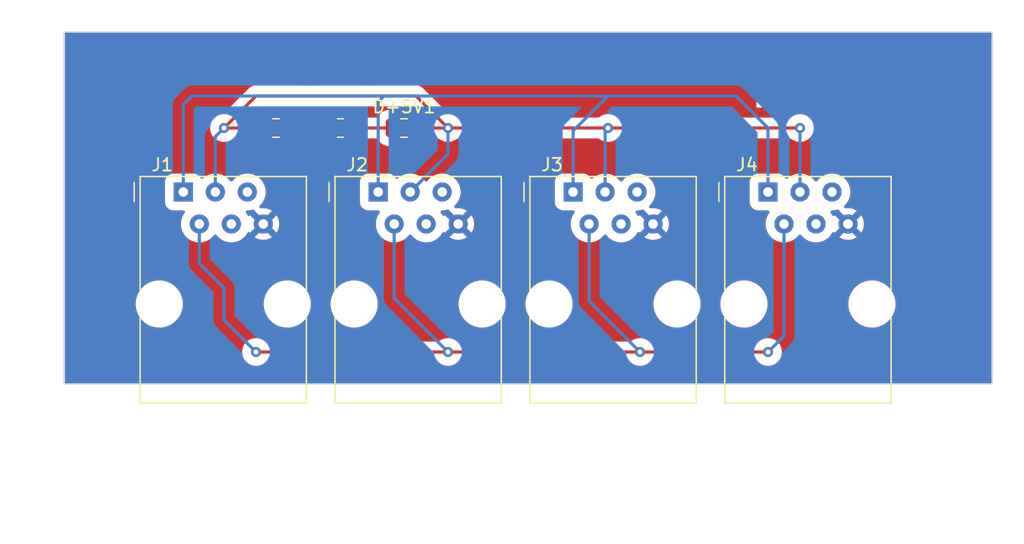
<source format=kicad_pcb>
(kicad_pcb (version 20221018) (generator pcbnew)
  (layers (0 "F.Cu" signal) (31 "B.Cu" signal) (34 "B.Paste" user) (35 "F.Paste" user) (36 "B.SilkS" user "B.Silkscreen") (37 "F.SilkS" user "F.Silkscreen") (38 "B.Mask" user) (39 "F.Mask" user) (44 "Edge.Cuts" user))
  (net 0 "")
  (net 1 "+5V")
  (net 2 "GND")
  (net 3 "Net-(D+5V1-K)")
  (net 4 "CANL")
  (net 5 "CANH")
  (footprint "PCM_Robot:RJ12" (layer "F.Cu") (at 95.83 76.2)
    (fp_text reference "J1" (at -1.67 -2.16) (layer "F.SilkS"))
    (fp_text value "RJ_can")
    (fp_line (start -3.9 0.77) (end -3.9 -0.76) (stroke (width 0.12)) (layer "F.SilkS"))
    (fp_line (start -3.43 -1.23) (end 9.77 -1.23) (stroke (width 0.12)) (layer "F.SilkS"))
    (fp_line (start -3.43 7.72) (end -3.43 7.79) (stroke (width 0.1)) (layer "F.SilkS"))
    (fp_line (start -3.43 7.79) (end -3.43 -1.23) (stroke (width 0.12)) (layer "F.SilkS"))
    (fp_line (start -3.43 16.77) (end -3.43 9.99) (stroke (width 0.12)) (layer "F.SilkS"))
    (fp_line (start 9.77 -1.23) (end 9.77 7.79) (stroke (width 0.12)) (layer "F.SilkS"))
    (fp_line (start 9.77 16.65) (end 9.77 16.77) (stroke (width 0.1)) (layer "F.SilkS"))
    (fp_line (start 9.77 16.76) (end 9.77 16.77) (stroke (width 0.1)) (layer "F.SilkS"))
    (fp_line (start 9.77 16.77) (end -3.43 16.77) (stroke (width 0.12)) (layer "F.SilkS"))
    (fp_line (start 9.77 16.77) (end 9.77 9.99) (stroke (width 0.12)) (layer "F.SilkS"))
    (pad "" np_thru_hole circle (at -1.91 8.89) (size 3.25 3.25) (drill 3.25) (layers "*.Cu" "*.Mask"))
    (pad "" np_thru_hole circle (at 8.25 8.89) (size 3.25 3.25) (drill 3.25) (layers "*.Cu" "*.Mask"))
    (pad "1" thru_hole rect (at 0 0) (size 1.52 1.52) (drill 0.76) (layers "*.Cu" "*.Mask") (net 4 "CANL"))
    (pad "2" thru_hole circle (at 1.27 2.54) (size 1.52 1.52) (drill 0.76) (layers "*.Cu" "*.Mask") (net 5 "CANH"))
    (pad "3" thru_hole circle (at 2.54 0) (size 1.52 1.52) (drill 0.76) (layers "*.Cu" "*.Mask") (net 1 "+5V"))
    (pad "4" thru_hole circle (at 3.81 2.54) (size 1.52 1.52) (drill 0.76) (layers "*.Cu" "*.Mask"))
    (pad "5" thru_hole circle (at 5.08 0) (size 1.52 1.52) (drill 0.76) (layers "*.Cu" "*.Mask"))
    (pad "6" thru_hole circle (at 6.35 2.54) (size 1.52 1.52) (drill 0.76) (layers "*.Cu" "*.Mask") (net 2 "GND"))
  )
  (footprint "PCM_Robot:RJ12" (layer "F.Cu") (at 126.77 76.2)
    (fp_text reference "J3" (at -1.67 -2.16) (layer "F.SilkS"))
    (fp_text value "RJ_can")
    (fp_line (start -3.9 0.77) (end -3.9 -0.76) (stroke (width 0.12)) (layer "F.SilkS"))
    (fp_line (start -3.43 -1.23) (end 9.77 -1.23) (stroke (width 0.12)) (layer "F.SilkS"))
    (fp_line (start -3.43 7.72) (end -3.43 7.79) (stroke (width 0.1)) (layer "F.SilkS"))
    (fp_line (start -3.43 7.79) (end -3.43 -1.23) (stroke (width 0.12)) (layer "F.SilkS"))
    (fp_line (start -3.43 16.77) (end -3.43 9.99) (stroke (width 0.12)) (layer "F.SilkS"))
    (fp_line (start 9.77 -1.23) (end 9.77 7.79) (stroke (width 0.12)) (layer "F.SilkS"))
    (fp_line (start 9.77 16.65) (end 9.77 16.77) (stroke (width 0.1)) (layer "F.SilkS"))
    (fp_line (start 9.77 16.76) (end 9.77 16.77) (stroke (width 0.1)) (layer "F.SilkS"))
    (fp_line (start 9.77 16.77) (end -3.43 16.77) (stroke (width 0.12)) (layer "F.SilkS"))
    (fp_line (start 9.77 16.77) (end 9.77 9.99) (stroke (width 0.12)) (layer "F.SilkS"))
    (pad "" np_thru_hole circle (at -1.91 8.89) (size 3.25 3.25) (drill 3.25) (layers "*.Cu" "*.Mask"))
    (pad "" np_thru_hole circle (at 8.25 8.89) (size 3.25 3.25) (drill 3.25) (layers "*.Cu" "*.Mask"))
    (pad "1" thru_hole rect (at 0 0) (size 1.52 1.52) (drill 0.76) (layers "*.Cu" "*.Mask") (net 4 "CANL"))
    (pad "2" thru_hole circle (at 1.27 2.54) (size 1.52 1.52) (drill 0.76) (layers "*.Cu" "*.Mask") (net 5 "CANH"))
    (pad "3" thru_hole circle (at 2.54 0) (size 1.52 1.52) (drill 0.76) (layers "*.Cu" "*.Mask") (net 1 "+5V"))
    (pad "4" thru_hole circle (at 3.81 2.54) (size 1.52 1.52) (drill 0.76) (layers "*.Cu" "*.Mask"))
    (pad "5" thru_hole circle (at 5.08 0) (size 1.52 1.52) (drill 0.76) (layers "*.Cu" "*.Mask"))
    (pad "6" thru_hole circle (at 6.35 2.54) (size 1.52 1.52) (drill 0.76) (layers "*.Cu" "*.Mask") (net 2 "GND"))
  )
  (footprint "Capacitor_SMD:C_0805_2012Metric" (layer "F.Cu") (at 113.35 71.12)
    (fp_text reference "D+5V1" (at 0 -1.68) (layer "F.SilkS"))
    (fp_text value "LED" (at 0 -5.08) (layer "F.Cu"))
    (fp_line (start -0.261252 -0.735) (end 0.261252 -0.735) (stroke (width 0.12)) (layer "F.SilkS"))
    (fp_line (start -0.261252 0.735) (end 0.261252 0.735) (stroke (width 0.12)) (layer "F.SilkS"))
    (pad "1" smd roundrect (at -0.95 0) (size 1 1.45) (layers "F.Cu" "F.Paste" "F.Mask") (net 3 "Net-(D+5V1-K)"))
    (pad "2" smd roundrect (at 0.95 0) (size 1 1.45) (layers "F.Cu" "F.Paste" "F.Mask") (net 1 "+5V"))
  )
  (footprint "Resistor_SMD:R_0805_2012Metric" (layer "F.Cu") (at 108.3075 71.12 180)
    (fp_text reference "R1" (at 0 5.08) (layer "F.Cu"))
    (fp_text value "R")
    (fp_line (start -0.227064 -0.735) (end 0.227064 -0.735) (stroke (width 0.12)) (layer "F.SilkS"))
    (fp_line (start -0.227064 0.735) (end 0.227064 0.735) (stroke (width 0.12)) (layer "F.SilkS"))
    (pad "1" smd roundrect (at -0.9125 0 180) (size 1.025 1.4) (layers "F.Cu" "F.Paste" "F.Mask") (roundrect_rratio 0.243902) (net 3 "Net-(D+5V1-K)"))
    (pad "2" smd roundrect (at 0.9125 0 180) (size 1.025 1.4) (layers "F.Cu" "F.Paste" "F.Mask") (roundrect_rratio 0.243902) (net 2 "GND"))
  )
  (footprint "Capacitor_SMD:C_0805_2012Metric" (layer "F.Cu") (at 103.19 71.12)
    (fp_text reference "C1" (at 0 -5.08) (layer "F.Cu"))
    (fp_text value "C_Polarized")
    (fp_line (start -0.261252 -0.735) (end 0.261252 -0.735) (stroke (width 0.12)) (layer "F.SilkS"))
    (fp_line (start -0.261252 0.735) (end 0.261252 0.735) (stroke (width 0.12)) (layer "F.SilkS"))
    (pad "1" smd roundrect (at -0.95 0) (size 1 1.45) (layers "F.Cu" "F.Paste" "F.Mask") (net 1 "+5V"))
    (pad "2" smd roundrect (at 0.95 0) (size 1 1.45) (layers "F.Cu" "F.Paste" "F.Mask") (net 2 "GND"))
  )
  (footprint "PCM_Robot:RJ12" (layer "F.Cu") (at 111.3 76.2)
    (fp_text reference "J2" (at -1.67 -2.16) (layer "F.SilkS"))
    (fp_text value "RJ_can")
    (fp_line (start -3.9 0.77) (end -3.9 -0.76) (stroke (width 0.12)) (layer "F.SilkS"))
    (fp_line (start -3.43 -1.23) (end 9.77 -1.23) (stroke (width 0.12)) (layer "F.SilkS"))
    (fp_line (start -3.43 7.72) (end -3.43 7.79) (stroke (width 0.1)) (layer "F.SilkS"))
    (fp_line (start -3.43 7.79) (end -3.43 -1.23) (stroke (width 0.12)) (layer "F.SilkS"))
    (fp_line (start -3.43 16.77) (end -3.43 9.99) (stroke (width 0.12)) (layer "F.SilkS"))
    (fp_line (start 9.77 -1.23) (end 9.77 7.79) (stroke (width 0.12)) (layer "F.SilkS"))
    (fp_line (start 9.77 16.65) (end 9.77 16.77) (stroke (width 0.1)) (layer "F.SilkS"))
    (fp_line (start 9.77 16.76) (end 9.77 16.77) (stroke (width 0.1)) (layer "F.SilkS"))
    (fp_line (start 9.77 16.77) (end -3.43 16.77) (stroke (width 0.12)) (layer "F.SilkS"))
    (fp_line (start 9.77 16.77) (end 9.77 9.99) (stroke (width 0.12)) (layer "F.SilkS"))
    (pad "" np_thru_hole circle (at -1.91 8.89) (size 3.25 3.25) (drill 3.25) (layers "*.Cu" "*.Mask"))
    (pad "" np_thru_hole circle (at 8.25 8.89) (size 3.25 3.25) (drill 3.25) (layers "*.Cu" "*.Mask"))
    (pad "1" thru_hole rect (at 0 0) (size 1.52 1.52) (drill 0.76) (layers "*.Cu" "*.Mask") (net 4 "CANL"))
    (pad "2" thru_hole circle (at 1.27 2.54) (size 1.52 1.52) (drill 0.76) (layers "*.Cu" "*.Mask") (net 5 "CANH"))
    (pad "3" thru_hole circle (at 2.54 0) (size 1.52 1.52) (drill 0.76) (layers "*.Cu" "*.Mask") (net 1 "+5V"))
    (pad "4" thru_hole circle (at 3.81 2.54) (size 1.52 1.52) (drill 0.76) (layers "*.Cu" "*.Mask"))
    (pad "5" thru_hole circle (at 5.08 0) (size 1.52 1.52) (drill 0.76) (layers "*.Cu" "*.Mask"))
    (pad "6" thru_hole circle (at 6.35 2.54) (size 1.52 1.52) (drill 0.76) (layers "*.Cu" "*.Mask") (net 2 "GND"))
  )
  (footprint "PCM_Robot:RJ12" (layer "F.Cu") (at 142.24 76.2)
    (fp_text reference "J4" (at -1.67 -2.16) (layer "F.SilkS"))
    (fp_text value "RJ_can")
    (fp_line (start -3.9 0.77) (end -3.9 -0.76) (stroke (width 0.12)) (layer "F.SilkS"))
    (fp_line (start -3.43 -1.23) (end 9.77 -1.23) (stroke (width 0.12)) (layer "F.SilkS"))
    (fp_line (start -3.43 7.72) (end -3.43 7.79) (stroke (width 0.1)) (layer "F.SilkS"))
    (fp_line (start -3.43 7.79) (end -3.43 -1.23) (stroke (width 0.12)) (layer "F.SilkS"))
    (fp_line (start -3.43 16.77) (end -3.43 9.99) (stroke (width 0.12)) (layer "F.SilkS"))
    (fp_line (start 9.77 -1.23) (end 9.77 7.79) (stroke (width 0.12)) (layer "F.SilkS"))
    (fp_line (start 9.77 16.65) (end 9.77 16.77) (stroke (width 0.1)) (layer "F.SilkS"))
    (fp_line (start 9.77 16.76) (end 9.77 16.77) (stroke (width 0.1)) (layer "F.SilkS"))
    (fp_line (start 9.77 16.77) (end -3.43 16.77) (stroke (width 0.12)) (layer "F.SilkS"))
    (fp_line (start 9.77 16.77) (end 9.77 9.99) (stroke (width 0.12)) (layer "F.SilkS"))
    (pad "" np_thru_hole circle (at -1.91 8.89) (size 3.25 3.25) (drill 3.25) (layers "*.Cu" "*.Mask"))
    (pad "" np_thru_hole circle (at 8.25 8.89) (size 3.25 3.25) (drill 3.25) (layers "*.Cu" "*.Mask"))
    (pad "1" thru_hole rect (at 0 0) (size 1.52 1.52) (drill 0.76) (layers "*.Cu" "*.Mask") (net 4 "CANL"))
    (pad "2" thru_hole circle (at 1.27 2.54) (size 1.52 1.52) (drill 0.76) (layers "*.Cu" "*.Mask") (net 5 "CANH"))
    (pad "3" thru_hole circle (at 2.54 0) (size 1.52 1.52) (drill 0.76) (layers "*.Cu" "*.Mask") (net 1 "+5V"))
    (pad "4" thru_hole circle (at 3.81 2.54) (size 1.52 1.52) (drill 0.76) (layers "*.Cu" "*.Mask"))
    (pad "5" thru_hole circle (at 5.08 0) (size 1.52 1.52) (drill 0.76) (layers "*.Cu" "*.Mask"))
    (pad "6" thru_hole circle (at 6.35 2.54) (size 1.52 1.52) (drill 0.76) (layers "*.Cu" "*.Mask") (net 2 "GND"))
  )
  (gr_rect (start 86.36 63.5) (end 160.02 63.5) (stroke (width 0.1)) (fill none) (layer "Edge.Cuts"))
  (gr_line (start 160.0454 91.44) (end 86.36 91.44) (stroke (width 0.1)) (layer "Edge.Cuts"))
  (gr_rect (start 86.36 63.5) (end 86.3854 91.44) (stroke (width 0.1)) (fill none) (layer "Edge.Cuts"))
  (gr_rect (start 160.02 63.5) (end 160.0454 91.44) (stroke (width 0.1)) (fill none) (layer "Edge.Cuts"))
  (gr_text "RJCAN Splitter" (at 142.24 68.58) (layer "F.Cu") (effects (font (size 1.5 1.5) (thickness 0.3) bold) (justify left bottom)))
  (segment (start 99.06 71.12) (end 101.6 68.58) (width 0.25) (layer "F.Cu") (net 1))
  (segment (start 116.84 71.12) (end 129.54 71.12) (width 0.25) (layer "F.Cu") (net 1))
  (segment (start 99.06 71.12) (end 102.24 71.12) (width 0.25) (layer "F.Cu") (net 1))
  (segment (start 114.3 71.12) (end 116.84 71.12) (width 0.25) (layer "F.Cu") (net 1))
  (segment (start 129.54 71.12) (end 144.78 71.12) (width 0.25) (layer "F.Cu") (net 1))
  (segment (start 114.3 68.58) (end 116.84 71.12) (width 0.25) (layer "F.Cu") (net 1))
  (segment (start 101.6 68.58) (end 114.3 68.58) (width 0.25) (layer "F.Cu") (net 1))
  (via (at 144.78 71.12) (size 0.8) (drill 0.4) (layers "F.Cu" "B.Cu") (net 1))
  (via (at 99.06 71.12) (size 0.8) (drill 0.4) (layers "F.Cu" "B.Cu") (net 1))
  (via (at 116.84 71.12) (size 0.8) (drill 0.4) (layers "F.Cu" "B.Cu") (net 1))
  (via (at 129.54 71.12) (size 0.8) (drill 0.4) (layers "F.Cu" "B.Cu") (net 1))
  (segment (start 129.31 76.2) (end 129.31 71.35) (width 0.25) (layer "B.Cu") (net 1))
  (segment (start 98.37 76.2) (end 98.37 71.81) (width 0.25) (layer "B.Cu") (net 1))
  (segment (start 144.78 76.2) (end 144.78 71.12) (width 0.25) (layer "B.Cu") (net 1))
  (segment (start 116.84 73.2) (end 116.84 71.12) (width 0.25) (layer "B.Cu") (net 1))
  (segment (start 113.84 76.2) (end 116.84 73.2) (width 0.25) (layer "B.Cu") (net 1))
  (segment (start 129.31 71.35) (end 129.54 71.12) (width 0.25) (layer "B.Cu") (net 1))
  (segment (start 98.37 71.81) (end 99.06 71.12) (width 0.25) (layer "B.Cu") (net 1))
  (segment (start 112.4 71.12) (end 109.22 71.12) (width 0.25) (layer "F.Cu") (net 3))
  (segment (start 111.3 76.2) (end 111.3 69.04) (width 0.25) (layer "B.Cu") (net 4))
  (segment (start 139.7 68.58) (end 142.24 71.12) (width 0.25) (layer "B.Cu") (net 4))
  (segment (start 126.77 71.35) (end 129.54 68.58) (width 0.25) (layer "B.Cu") (net 4))
  (segment (start 95.83 69.27) (end 96.52 68.58) (width 0.25) (layer "B.Cu") (net 4))
  (segment (start 111.3 69.04) (end 111.76 68.58) (width 0.25) (layer "B.Cu") (net 4))
  (segment (start 95.83 76.2) (end 95.83 69.27) (width 0.25) (layer "B.Cu") (net 4))
  (segment (start 126.77 76.2) (end 126.77 71.35) (width 0.25) (layer "B.Cu") (net 4))
  (segment (start 129.54 68.58) (end 139.7 68.58) (width 0.25) (layer "B.Cu") (net 4))
  (segment (start 96.52 68.58) (end 111.76 68.58) (width 0.25) (layer "B.Cu") (net 4))
  (segment (start 142.24 71.12) (end 142.24 76.2) (width 0.25) (layer "B.Cu") (net 4))
  (segment (start 111.76 68.58) (end 129.54 68.58) (width 0.25) (layer "B.Cu") (net 4))
  (segment (start 132.08 88.9) (end 142.24 88.9) (width 0.25) (layer "F.Cu") (net 5))
  (segment (start 101.6 88.9) (end 116.84 88.9) (width 0.25) (layer "F.Cu") (net 5))
  (segment (start 116.84 88.9) (end 132.08 88.9) (width 0.25) (layer "F.Cu") (net 5))
  (via (at 142.24 88.9) (size 0.8) (drill 0.4) (layers "F.Cu" "B.Cu") (net 5))
  (via (at 101.6 88.9) (size 0.8) (drill 0.4) (layers "F.Cu" "B.Cu") (net 5))
  (via (at 116.84 88.9) (size 0.8) (drill 0.4) (layers "F.Cu" "B.Cu") (net 5))
  (via (at 132.08 88.9) (size 0.8) (drill 0.4) (layers "F.Cu" "B.Cu") (net 5))
  (segment (start 99.06 83.82) (end 99.06 86.36) (width 0.25) (layer "B.Cu") (net 5))
  (segment (start 142.24 88.9) (end 143.51 87.63) (width 0.25) (layer "B.Cu") (net 5))
  (segment (start 128.04 84.86) (end 132.08 88.9) (width 0.25) (layer "B.Cu") (net 5))
  (segment (start 128.04 78.74) (end 128.04 84.86) (width 0.25) (layer "B.Cu") (net 5))
  (segment (start 143.51 87.63) (end 143.51 78.74) (width 0.25) (layer "B.Cu") (net 5))
  (segment (start 112.57 78.74) (end 112.57 84.63) (width 0.25) (layer "B.Cu") (net 5))
  (segment (start 97.1 81.86) (end 99.06 83.82) (width 0.25) (layer "B.Cu") (net 5))
  (segment (start 112.57 84.63) (end 116.84 88.9) (width 0.25) (layer "B.Cu") (net 5))
  (segment (start 99.06 86.36) (end 101.6 88.9) (width 0.25) (layer "B.Cu") (net 5))
  (segment (start 97.1 78.74) (end 97.1 81.86) (width 0.25) (layer "B.Cu") (net 5))
  (zone (net 2) (net_name "GND") (layers "F&B.Cu") (name "fgnd") (connect_pads (clearance 0.7)) (min_thickness 0.25) (fill yes (thermal_gap 0.5) (thermal_bridge_width 0.5))
    (polygon (pts (xy 162.56 104.14) (xy 162.56 60.96) (xy 81.28 60.96) (xy 81.28 104.14)))
  )
)
</source>
